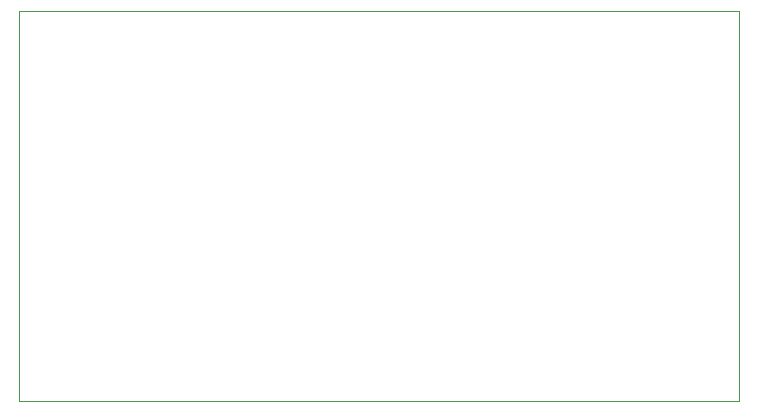
<source format=gbr>
%TF.GenerationSoftware,KiCad,Pcbnew,7.0.8*%
%TF.CreationDate,2023-10-10T10:39:54+02:00*%
%TF.ProjectId,test,74657374-2e6b-4696-9361-645f70636258,rev?*%
%TF.SameCoordinates,Original*%
%TF.FileFunction,Profile,NP*%
%FSLAX46Y46*%
G04 Gerber Fmt 4.6, Leading zero omitted, Abs format (unit mm)*
G04 Created by KiCad (PCBNEW 7.0.8) date 2023-10-10 10:39:54*
%MOMM*%
%LPD*%
G01*
G04 APERTURE LIST*
%TA.AperFunction,Profile*%
%ADD10C,0.100000*%
%TD*%
G04 APERTURE END LIST*
D10*
X66040000Y-40640000D02*
X127000000Y-40640000D01*
X127000000Y-73660000D01*
X66040000Y-73660000D01*
X66040000Y-40640000D01*
M02*

</source>
